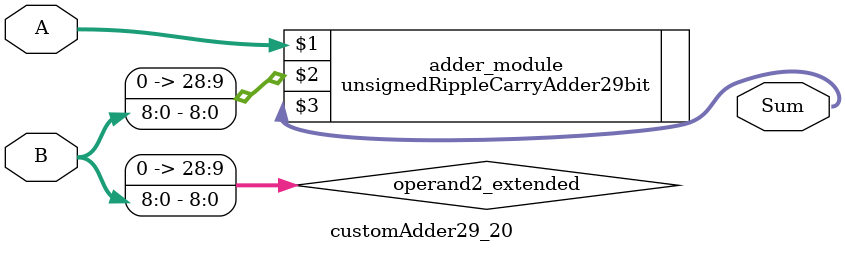
<source format=v>

module customAdder29_20(
                    input [28 : 0] A,
                    input [8 : 0] B,
                    
                    output [29 : 0] Sum
            );

    wire [28 : 0] operand2_extended;
    
    assign operand2_extended =  {20'b0, B};
    
    unsignedRippleCarryAdder29bit adder_module(
        A,
        operand2_extended,
        Sum
    );
    
endmodule
        
</source>
